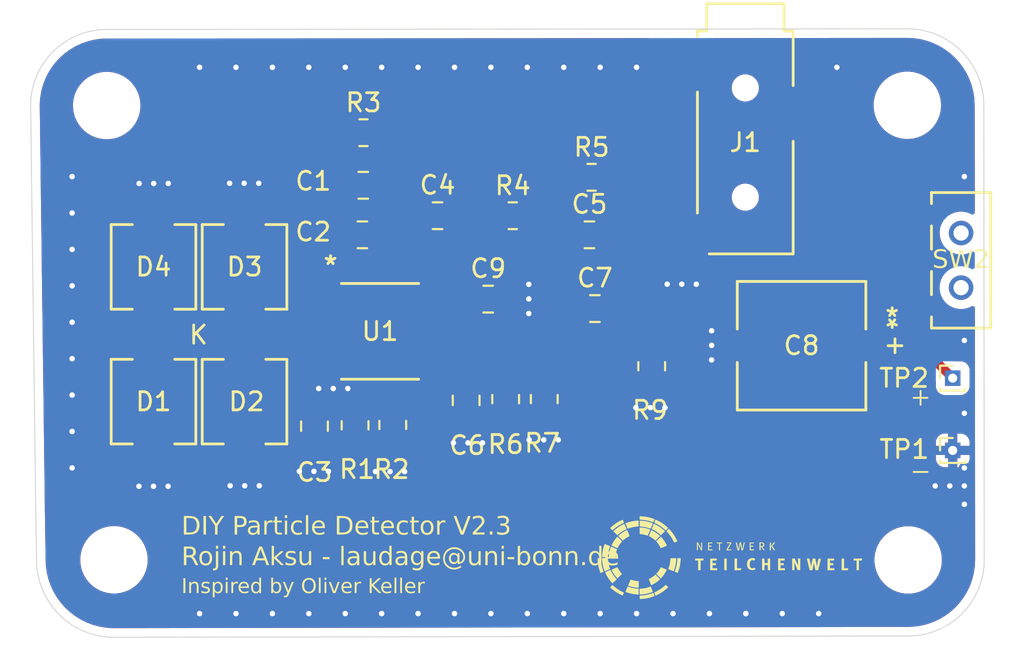
<source format=kicad_pcb>
(kicad_pcb (version 20241229) (generator "pcbnew") (generator_version "9.0")
  (layers (0 "F.Cu" signal) (2 "B.Cu" signal) (13 "F.Paste" user) (15 "B.Paste" user) (5 "F.SilkS" user "F.Silkscreen") (7 "B.SilkS" user "B.Silkscreen") (1 "F.Mask" user) (3 "B.Mask" user) (25 "Edge.Cuts" user))
  (net 0 "")
  (net 1 "/input_signal")
  (net 2 "GND")
  (net 3 "Net-(C1-Pad2)")
  (net 4 "Net-(U1-OUT1)")
  (net 5 "Net-(U1-+IN1)")
  (net 6 "Net-(C4-Pad2)")
  (net 7 "Net-(U1--IN2)")
  (net 8 "Net-(U1-OUT2)")
  (net 9 "Net-(U1-+IN2)")
  (net 10 "/output_signal")
  (net 11 "VDD")
  (net 12 "Net-(SW2-A)")
  (footprint "footprints:LED_VBPW34S_VIS" (layer "F.Cu") (at 73.47 84.36 -90)
    (property "Reference" "D1" (at 0 0 0) (layer "F.SilkS"))
    (property "Value" "BPW34-SMD" (hide yes))
    (pad "1" smd rect (at -3.0988 0 270) (size 1.2192 1.7526) (layers "F.Cu" "F.Mask" "F.Paste") (net 1 "/input_signal"))
    (pad "2" smd rect (at 3.0988 0 270) (size 1.2192 1.7526) (layers "F.Cu" "F.Mask" "F.Paste") (net 2 "GND"))
  )
  (footprint "Capacitor_SMD:C_0805_2012Metric" (layer "F.Cu") (at 90.64 84.2925 90)
    (property "Reference" "C6" (at -2.47 0.06 180) (layer "F.SilkS"))
    (property "Value" "100n" (hide yes))
    (pad "1" smd roundrect (at -0.95 0 90) (size 1 1.45) (layers "F.Cu" "F.Mask" "F.Paste") (net 2 "GND"))
    (pad "2" smd roundrect (at 0.95 0 90) (size 1 1.45) (layers "F.Cu" "F.Mask" "F.Paste") (net 9 "Net-(U1-+IN2)"))
  )
  (footprint "Resistor_SMD:R_0805_2012Metric" (layer "F.Cu") (at 85 69.59)
    (property "Reference" "R3" (at 0 -1.65 0) (layer "F.SilkS"))
    (property "Value" "15Mega" (hide yes))
    (pad "1" smd roundrect (at -0.9125 0) (size 1.025 1.4) (layers "F.Cu" "F.Mask" "F.Paste") (roundrect_rratio 0.243902) (net 1 "/input_signal"))
    (pad "2" smd roundrect (at 0.9125 0) (size 1.025 1.4) (layers "F.Cu" "F.Mask" "F.Paste") (roundrect_rratio 0.243902) (net 4 "Net-(U1-OUT1)"))
  )
  (footprint "Resistor_SMD:R_0805_2012Metric" (layer "F.Cu") (at 84.54 85.66 90)
    (property "Reference" "R1" (at -2.4175 0.11 180) (layer "F.SilkS"))
    (property "Value" "4.7k" (hide yes))
    (pad "1" smd roundrect (at -0.9125 0 90) (size 1.025 1.4) (layers "F.Cu" "F.Mask" "F.Paste") (roundrect_rratio 0.243902) (net 11 "VDD"))
    (pad "2" smd roundrect (at 0.9125 0 90) (size 1.025 1.4) (layers "F.Cu" "F.Mask" "F.Paste") (roundrect_rratio 0.243902) (net 5 "Net-(U1-+IN1)"))
  )
  (footprint "Resistor_SMD:R_0805_2012Metric" (layer "F.Cu") (at 94.93 84.22 -90)
    (property "Reference" "R7" (at 2.42 0.11 180) (layer "F.SilkS"))
    (property "Value" "10k" (hide yes))
    (pad "1" smd roundrect (at -0.9125 0 270) (size 1.025 1.4) (layers "F.Cu" "F.Mask" "F.Paste") (roundrect_rratio 0.243902) (net 9 "Net-(U1-+IN2)"))
    (pad "2" smd roundrect (at 0.9125 0 270) (size 1.025 1.4) (layers "F.Cu" "F.Mask" "F.Paste") (roundrect_rratio 0.243902) (net 2 "GND"))
  )
  (footprint "footprints:NetzwerkTeilchenwelt15mm" (layer "F.Cu") (at 105.244816 92.919071)
    (property "Reference" "G***" (hide yes))
    (property "Value" "LOGO" (hide yes))
  )
  (footprint "Capacitor_SMD:C_0805_2012Metric" (layer "F.Cu") (at 97.71 79.25)
    (property "Reference" "C7" (at 0 -1.68 0) (layer "F.SilkS"))
    (property "Value" "100n" (hide yes))
    (pad "1" smd roundrect (at -0.95 0) (size 1 1.45) (layers "F.Cu" "F.Mask" "F.Paste") (net 8 "Net-(U1-OUT2)"))
    (pad "2" smd roundrect (at 0.95 0) (size 1 1.45) (layers "F.Cu" "F.Mask" "F.Paste") (net 10 "/output_signal"))
  )
  (footprint "MountingHole:MountingHole_3.2mm_M3" (layer "F.Cu") (at 114.914433 93.054433)
    (property "Reference" "REF**" (hide yes))
    (property "Value" "MountingHole_3.2mm_M3" (hide yes))
    (pad "" np_thru_hole circle (at 0 0) (size 3.2 3.2) (drill 3.2) (layers "*.Cu" "*.Mask"))
  )
  (footprint "footprints:CONN_SJ-2523-SMT-TR_CUD" (layer "F.Cu") (at 105.970006 70.126796 -90)
    (property "Reference" "J1" (at 0 0 0) (layer "F.SilkS"))
    (property "Value" "Conn_01x02" (hide yes))
    (pad "" np_thru_hole circle (at -2.994401 0 270) (size 0.9906 0.9906) (drill 0.9906) (layers "*.Cu" "*.Mask"))
    (pad "" np_thru_hole circle (at 3.0056 0 270) (size 0.9906 0.9906) (drill 0.9906) (layers "*.Cu" "*.Mask"))
    (pad "1" smd rect (at -4.294394 3.506203 270) (size 2.3876 2.3876) (layers "F.Cu" "F.Mask" "F.Paste") (net 10 "/output_signal"))
    (pad "2" smd rect (at 5.405609 3.506203 270) (size 2.3876 2.3876) (layers "F.Cu" "F.Mask" "F.Paste") (net 2 "GND"))
    (pad "3" smd rect (at -1.5944 -3.506191 270) (size 2.3876 2.3876) (layers "F.Cu" "F.Mask" "F.Paste"))
  )
  (footprint "Resistor_SMD:R_0805_2012Metric" (layer "F.Cu") (at 97.53 72.04)
    (property "Reference" "R5" (at 0 -1.65 0) (layer "F.SilkS"))
    (property "Value" "100k" (hide yes))
    (pad "1" smd roundrect (at -0.9125 0) (size 1.025 1.4) (layers "F.Cu" "F.Mask" "F.Paste") (roundrect_rratio 0.243902) (net 7 "Net-(U1--IN2)"))
    (pad "2" smd roundrect (at 0.9125 0) (size 1.025 1.4) (layers "F.Cu" "F.Mask" "F.Paste") (roundrect_rratio 0.243902) (net 8 "Net-(U1-OUT2)"))
  )
  (footprint "footprints:R_8_ADI" (layer "F.Cu") (at 85.91 80.5)
    (property "Reference" "U1" (at 0 0 0) (layer "F.SilkS"))
    (property "Value" "AD8092ARZ-REEL7" (hide yes))
    (fp_text user "*" (at -2.7178 -3.6068 0) (layer "F.SilkS"))
    (fp_text user "*" (at -2.7178 -3.6068 0) (layer "F.SilkS"))
    (pad "1" smd rect (at -2.4638 -1.905) (size 1.9812 0.5588) (layers "F.Cu" "F.Mask" "F.Paste") (net 4 "Net-(U1-OUT1)"))
    (pad "2" smd rect (at -2.4638 -0.635) (size 1.9812 0.5588) (layers "F.Cu" "F.Mask" "F.Paste") (net 1 "/input_signal"))
    (pad "3" smd rect (at -2.4638 0.635) (size 1.9812 0.5588) (layers "F.Cu" "F.Mask" "F.Paste") (net 5 "Net-(U1-+IN1)"))
    (pad "4" smd rect (at -2.4638 1.905) (size 1.9812 0.5588) (layers "F.Cu" "F.Mask" "F.Paste") (net 2 "GND"))
    (pad "5" smd rect (at 2.4638 1.905) (size 1.9812 0.5588) (layers "F.Cu" "F.Mask" "F.Paste") (net 9 "Net-(U1-+IN2)"))
    (pad "6" smd rect (at 2.4638 0.635) (size 1.9812 0.5588) (layers "F.Cu" "F.Mask" "F.Paste") (net 7 "Net-(U1--IN2)"))
    (pad "7" smd rect (at 2.4638 -0.635) (size 1.9812 0.5588) (layers "F.Cu" "F.Mask" "F.Paste") (net 8 "Net-(U1-OUT2)"))
    (pad "8" smd rect (at 2.4638 -1.905) (size 1.9812 0.5588) (layers "F.Cu" "F.Mask" "F.Paste") (net 11 "VDD"))
  )
  (footprint "Resistor_SMD:R_0805_2012Metric" (layer "F.Cu") (at 93.2 74.15)
    (property "Reference" "R4" (at 0 -1.65 0) (layer "F.SilkS"))
    (property "Value" "1k" (hide yes))
    (pad "1" smd roundrect (at -0.9125 0) (size 1.025 1.4) (layers "F.Cu" "F.Mask" "F.Paste") (roundrect_rratio 0.243902) (net 6 "Net-(C4-Pad2)"))
    (pad "2" smd roundrect (at 0.9125 0) (size 1.025 1.4) (layers "F.Cu" "F.Mask" "F.Paste") (roundrect_rratio 0.243902) (net 7 "Net-(U1--IN2)"))
  )
  (footprint "footprints:LED_VBPW34S_VIS" (layer "F.Cu") (at 73.47 76.96 90)
    (property "Reference" "D4" (at 0 0 0) (layer "F.SilkS"))
    (property "Value" "BPW34-SMD" (hide yes))
    (pad "1" smd rect (at -3.0988 0 90) (size 1.2192 1.7526) (layers "F.Cu" "F.Mask" "F.Paste") (net 1 "/input_signal"))
    (pad "2" smd rect (at 3.0988 0 90) (size 1.2192 1.7526) (layers "F.Cu" "F.Mask" "F.Paste") (net 2 "GND"))
  )
  (footprint "MountingHole:MountingHole_3.2mm_M3" (layer "F.Cu") (at 71.3 93.046188)
    (property "Reference" "REF**" (hide yes))
    (property "Value" "MountingHole_3.2mm_M3" (hide yes))
    (pad "" np_thru_hole circle (at 0 0) (size 3.2 3.2) (drill 3.2) (layers "*.Cu" "*.Mask"))
  )
  (footprint "footprints:PCAP_EEHZ_D_PAN" (layer "F.Cu") (at 109.06 81.29 180)
    (property "Reference" "C8" (at 0.002 0.00826 0) (layer "F.SilkS"))
    (property "Value" "47mikro" (hide yes))
    (pad "1" smd rect (at -2.5146 0 180) (size 2.9972 1.1684) (layers "F.Cu" "F.Mask" "F.Paste") (net 11 "VDD"))
    (pad "2" smd rect (at 2.5146 0 180) (size 2.9972 1.1684) (layers "F.Cu" "F.Mask" "F.Paste") (net 2 "GND"))
    (zone (net 0) (net_name "") (layer "F.Cu") (connect_pads (clearance 0)) (min_thickness 0.254)
      (keepout (tracks not_allowed) (vias not_allowed) (pads allowed) (copperpour not_allowed) (footprints allowed))
      (fill (thermal_gap 0.508) (thermal_bridge_width 0.508))
      (polygon (pts (xy 110.0252 81.925) (xy 108.0948 81.925) (xy 108.0948 80.655) (xy 110.0252 80.655)))
    )
    (zone (net 0) (net_name "") (layer "F.Cu") (connect_pads (clearance 0)) (min_thickness 0.254)
      (keepout (tracks not_allowed) (vias not_allowed) (pads allowed) (copperpour not_allowed) (footprints allowed))
      (fill (thermal_gap 0.508) (thermal_bridge_width 0.508))
      (polygon (pts (xy 112.4128 80.655) (xy 105.7072 80.655) (xy 105.7072 77.9372) (xy 112.4128 77.9372)))
    )
    (zone (net 0) (net_name "") (layer "F.Cu") (connect_pads (clearance 0)) (min_thickness 0.254)
      (keepout (tracks not_allowed) (vias not_allowed) (pads allowed) (copperpour not_allowed) (footprints allowed))
      (fill (thermal_gap 0.508) (thermal_bridge_width 0.508))
      (polygon (pts (xy 112.4128 84.6428) (xy 105.7072 84.6428) (xy 105.7072 81.925) (xy 112.4128 81.925)))
    )
  )
  (footprint "Capacitor_SMD:C_0805_2012Metric" (layer "F.Cu") (at 91.85 78.73)
    (property "Reference" "C9" (at 0 -1.68 0) (layer "F.SilkS"))
    (property "Value" "100n" (hide yes))
    (pad "1" smd roundrect (at -0.95 0) (size 1 1.45) (layers "F.Cu" "F.Mask" "F.Paste") (net 11 "VDD"))
    (pad "2" smd roundrect (at 0.95 0) (size 1 1.45) (layers "F.Cu" "F.Mask" "F.Paste") (net 2 "GND"))
  )
  (footprint "MountingHole:MountingHole_3.2mm_M3" (layer "F.Cu") (at 70.9 68.1)
    (property "Reference" "REF**" (hide yes))
    (property "Value" "MountingHole_3.2mm_M3" (hide yes))
    (pad "" np_thru_hole circle (at 0 0) (size 3.2 3.2) (drill 3.2) (layers "*.Cu" "*.Mask"))
  )
  (footprint "Connector_PinHeader_1.00mm:PinHeader_1x01_P1.00mm_Vertical" (layer "F.Cu") (at 117.36 83.07)
    (property "Reference" "TP2" (at -2.67 0 0) (layer "F.SilkS"))
    (property "Value" "+" (hide yes))
    (pad "1" thru_hole rect (at 0 0) (size 0.85 0.85) (drill 0.5) (layers "*.Cu" "*.Mask") (net 12 "Net-(SW2-A)"))
  )
  (footprint "Resistor_SMD:R_0805_2012Metric" (layer "F.Cu") (at 86.61 85.64 -90)
    (property "Reference" "R2" (at 2.44 0.07 180) (layer "F.SilkS"))
    (property "Value" "15k" (hide yes))
    (pad "1" smd roundrect (at -0.9125 0 270) (size 1.025 1.4) (layers "F.Cu" "F.Mask" "F.Paste") (roundrect_rratio 0.243902) (net 5 "Net-(U1-+IN1)"))
    (pad "2" smd roundrect (at 0.9125 0 270) (size 1.025 1.4) (layers "F.Cu" "F.Mask" "F.Paste") (roundrect_rratio 0.243902) (net 2 "GND"))
  )
  (footprint "Capacitor_SMD:C_0805_2012Metric" (layer "F.Cu") (at 82.31 85.71 -90)
    (property "Reference" "C3" (at 2.53 0 0) (layer "F.SilkS"))
    (property "Value" "100n" (hide yes))
    (pad "1" smd roundrect (at -0.95 0 270) (size 1 1.45) (layers "F.Cu" "F.Mask" "F.Paste") (net 5 "Net-(U1-+IN1)"))
    (pad "2" smd roundrect (at 0.95 0 270) (size 1 1.45) (layers "F.Cu" "F.Mask" "F.Paste") (net 2 "GND"))
  )
  (footprint "Capacitor_SMD:C_0805_2012Metric" (layer "F.Cu") (at 89.07 74.15)
    (property "Reference" "C4" (at 0 -1.68 0) (layer "F.SilkS"))
    (property "Value" "100n" (hide yes))
    (pad "1" smd roundrect (at -0.95 0) (size 1 1.45) (layers "F.Cu" "F.Mask" "F.Paste") (net 4 "Net-(U1-OUT1)"))
    (pad "2" smd roundrect (at 0.95 0) (size 1 1.45) (layers "F.Cu" "F.Mask" "F.Paste") (net 6 "Net-(C4-Pad2)"))
  )
  (footprint "Resistor_SMD:R_0805_2012Metric" (layer "F.Cu") (at 92.81 84.22 90)
    (property "Reference" "R6" (at -2.49 0 180) (layer "F.SilkS"))
    (property "Value" "10k" (hide yes))
    (pad "1" smd roundrect (at -0.9125 0 90) (size 1.025 1.4) (layers "F.Cu" "F.Mask" "F.Paste") (roundrect_rratio 0.243902) (net 11 "VDD"))
    (pad "2" smd roundrect (at 0.9125 0 90) (size 1.025 1.4) (layers "F.Cu" "F.Mask" "F.Paste") (roundrect_rratio 0.243902) (net 9 "Net-(U1-+IN2)"))
  )
  (footprint "Resistor_SMD:R_0805_2012Metric" (layer "F.Cu") (at 100.83 82.4175 -90)
    (property "Reference" "R9" (at 2.4125 0.09 180) (layer "F.SilkS"))
    (property "Value" "2.2k" (hide yes))
    (pad "1" smd roundrect (at -0.9125 0 270) (size 1.025 1.4) (layers "F.Cu" "F.Mask" "F.Paste") (roundrect_rratio 0.243902) (net 10 "/output_signal"))
    (pad "2" smd roundrect (at 0.9125 0 270) (size 1.025 1.4) (layers "F.Cu" "F.Mask" "F.Paste") (roundrect_rratio 0.243902) (net 2 "GND"))
  )
  (footprint "Capacitor_SMD:C_0805_2012Metric" (layer "F.Cu") (at 97.41 75.2)
    (property "Reference" "C5" (at 0 -1.68 0) (layer "F.SilkS"))
    (property "Value" "10p" (hide yes))
    (pad "1" smd roundrect (at -0.95 0) (size 1 1.45) (layers "F.Cu" "F.Mask" "F.Paste") (net 7 "Net-(U1--IN2)"))
    (pad "2" smd roundrect (at 0.95 0) (size 1 1.45) (layers "F.Cu" "F.Mask" "F.Paste") (net 8 "Net-(U1-OUT2)"))
  )
  (footprint "Connector_PinHeader_1.00mm:PinHeader_1x01_P1.00mm_Vertical" (layer "F.Cu") (at 117.36 87.04)
    (property "Reference" "TP1" (at -2.66 -0.06 0) (layer "F.SilkS"))
    (property "Value" "-" (hide yes))
    (pad "1" thru_hole rect (at 0 0) (size 0.85 0.85) (drill 0.5) (layers "*.Cu" "*.Mask") (net 2 "GND"))
  )
  (footprint "footprints:LED_VBPW34S_VIS" (layer "F.Cu") (at 78.47 84.36 -90)
    (property "Reference" "D2" (at 0 -0.1092 0) (layer "F.SilkS"))
    (property "Value" "BPW34-SMD" (hide yes))
    (pad "1" smd rect (at -3.0988 0 270) (size 1.2192 1.7526) (layers "F.Cu" "F.Mask" "F.Paste") (net 1 "/input_signal"))
    (pad "2" smd rect (at 3.0988 0 270) (size 1.2192 1.7526) (layers "F.Cu" "F.Mask" "F.Paste") (net 2 "GND"))
  )
  (footprint "footprints:LED_VBPW34S_VIS" (layer "F.Cu") (at 78.47 76.96 90)
    (property "Reference" "D3" (at 0 0 0) (layer "F.SilkS"))
    (property "Value" "BPW34-SMD" (hide yes))
    (pad "1" smd rect (at -3.0988 0 90) (size 1.2192 1.7526) (layers "F.Cu" "F.Mask" "F.Paste") (net 1 "/input_signal"))
    (pad "2" smd rect (at 3.0988 0 90) (size 1.2192 1.7526) (layers "F.Cu" "F.Mask" "F.Paste") (net 2 "GND"))
  )
  (footprint "MountingHole:MountingHole_3.2mm_M3" (layer "F.Cu") (at 114.868244 68.085566)
    (property "Reference" "REF**" (hide yes))
    (property "Value" "MountingHole_3.2mm_M3" (hide yes))
    (pad "" np_thru_hole circle (at 0 0) (size 3.2 3.2) (drill 3.2) (layers "*.Cu" "*.Mask"))
  )
  (footprint "Capacitor_SMD:C_0805_2012Metric" (layer "F.Cu") (at 84.99 72.48)
    (property "Reference" "C1" (at -2.75 -0.23 0) (layer "F.SilkS"))
    (property "Value" "10p" (hide yes))
    (pad "1" smd roundrect (at -0.95 0) (size 1 1.45) (layers "F.Cu" "F.Mask" "F.Paste") (net 1 "/input_signal"))
    (pad "2" smd roundrect (at 0.95 0) (size 1 1.45) (layers "F.Cu" "F.Mask" "F.Paste") (net 3 "Net-(C1-Pad2)"))
  )
  (footprint "Capacitor_SMD:C_0805_2012Metric" (layer "F.Cu") (at 84.94 75.2)
    (property "Reference" "C2" (at -2.7 -0.16 0) (layer "F.SilkS"))
    (property "Value" "10p" (hide yes))
    (pad "1" smd roundrect (at -0.95 0) (size 1 1.45) (layers "F.Cu" "F.Mask" "F.Paste") (net 3 "Net-(C1-Pad2)"))
    (pad "2" smd roundrect (at 0.95 0) (size 1 1.45) (layers "F.Cu" "F.Mask" "F.Paste") (net 4 "Net-(U1-OUT1)"))
  )
  (footprint "footprints:SWITCH_102AGRLC" (layer "F.Cu") (at 117.82 76.6 180)
    (property "Reference" "SW2" (at 0 0 0) (layer "F.SilkS"))
    (property "Value" "SW_SPST" (hide yes))
    (fp_text user "*" (at 3.7846 -3.1496 180) (layer "F.SilkS"))
    (fp_text user "*" (at 3.7846 -3.1496 0) (layer "F.SilkS"))
    (pad "1" smd rect (at 2.1971 -2.5 180) (size 1.905 0.5588) (layers "F.Cu" "F.Mask" "F.Paste") (net 12 "Net-(SW2-A)"))
    (pad "2" smd rect (at 2.1971 0 180) (size 1.905 0.5588) (layers "F.Cu" "F.Mask" "F.Paste") (net 11 "VDD"))
    (pad "3" smd rect (at 2.1971 2.5 180) (size 1.905 0.5588) (layers "F.Cu" "F.Mask" "F.Paste"))
    (pad "4" thru_hole circle (at 0 1.5 180) (size 1.3462 1.3462) (drill 0.8382) (layers "*.Cu" "*.Mask"))
    (pad "5" thru_hole circle (at 0 -1.5 180) (size 1.3462 1.3462) (drill 0.8382) (layers "*.Cu" "*.Mask"))
  )
  (gr_arc (start 71.2 97.3) (mid 68.256145 96.019374) (end 67.045025 93.046249) (stroke (width 0.05)) (layer "Edge.Cuts"))
  (gr_line (start 114.914445 97.231753) (end 71.2 97.3) (stroke (width 0.05)) (layer "Edge.Cuts"))
  (gr_line (start 70.90531 63.921487) (end 114.888245 63.885545) (stroke (width 0.05)) (layer "Edge.Cuts"))
  (gr_line (start 67 90) (end 67.045025 93.0462) (stroke (width 0.05)) (layer "Edge.Cuts"))
  (gr_arc (start 114.888245 63.885545) (mid 117.845197 65.122749) (end 119.068293 68.085565) (stroke (width 0.05)) (layer "Edge.Cuts"))
  (gr_arc (start 66.72268 68) (mid 67.980912 65.110196) (end 70.9 63.921483) (stroke (width 0.05)) (layer "Edge.Cuts"))
  (gr_line (start 66.72268 68) (end 67 90) (stroke (width 0.05)) (layer "Edge.Cuts"))
  (gr_arc (start 119.091754 93.054434) (mid 117.868252 96.008245) (end 114.914445 97.231754) (stroke (width 0.05)) (layer "Edge.Cuts"))
  (gr_line (start 119.068245 68.085565) (end 119.091754 93.054434) (stroke (width 0.05)) (layer "Edge.Cuts"))
  (gr_text "-\n" (at 114.91 88.73 0) (layer "F.SilkS") (effects (font (size 1 1) (thickness 0.1)) (justify left bottom)))
  (gr_text "+\n" (at 114.91 84.66 0) (layer "F.SilkS") (effects (font (size 1 1) (thickness 0.1)) (justify left bottom)))
  (gr_text "DIY Particle Detector V2.3\nRojin Aksu - laudage@uni-bonn.de" (at 75 93.51 0) (layer "F.SilkS") (effects (font (size 1 1) (thickness 0.1)) (justify left bottom)))
  (gr_text "Inspired by Oliver Keller" (at 75 95.01 0) (layer "F.SilkS") (effects (font (size 0.8 0.8) (thickness 0.1)) (justify left bottom)))
  (gr_text "K" (at 75.34 81.28 0) (layer "F.SilkS") (effects (font (size 1 1)) (justify left bottom)))
  (segment (start 78.6012 80.0588) (end 78.795 79.865) (width 0.25) (layer "F.Cu") (net 1))
  (segment (start 78.795 79.865) (end 81.47 79.865) (width 0.25) (layer "F.Cu") (net 1))
  (segment (start 81.7425 72.48) (end 84.04 72.48) (width 0.25) (layer "F.Cu") (net 1))
  (segment (start 81.47 79.865) (end 81.47 72.2075) (width 0.25) (layer "F.Cu") (net 1))
  (segment (start 81.47 79.865) (end 83.4462 79.865) (width 0.25) (layer "F.Cu") (net 1))
  (segment (start 81.47 72.2075) (end 81.7425 72.48) (width 0.25) (layer "F.Cu") (net 1))
  (segment (start 73.47 80.0588) (end 78.47 80.0588) (width 0.25) (layer "F.Cu") (net 1))
  (segment (start 81.47 72.2075) (end 84.0875 69.59) (width 0.25) (layer "F.Cu") (net 1))
  (segment (start 78.47 80.0588) (end 78.6012 80.0588) (width 0.25) (layer "F.Cu") (net 1))
  (segment (start 83.4462 83.5338) (end 83.34 83.64) (width 0.25) (layer "F.Cu") (net 2))
  (segment (start 90.64 86.5225) (end 90.74 86.6225) (width 0.2) (layer "F.Cu") (net 2))
  (segment (start 78.47 88.97) (end 78.48 88.98) (width 0.2) (layer "F.Cu") (net 2))
  (segment (start 117.36 88.83) (end 117.2 88.99) (width 0.2) (layer "F.Cu") (net 2))
  (segment (start 85.66 88.2) (end 87.26 88.2) (width 0.2) (layer "F.Cu") (net 2))
  (segment (start 78.45 73.8412) (end 78.47 73.8612) (width 0.2) (layer "F.Cu") (net 2))
  (segment (start 100.83 83.33) (end 100.83 84.62) (width 0.2) (layer "F.Cu") (net 2))
  (segment (start 94.08 77.92) (end 94.08 79.52) (width 0.2) (layer "F.Cu") (net 2))
  (segment (start 78.47 87.4588) (end 78.47 88.97) (width 0.2) (layer "F.Cu") (net 2))
  (segment (start 73.47 87.4588) (end 73.47 89.01) (width 0.2) (layer "F.Cu") (net 2))
  (segment (start 92.8 78.73) (end 94.07 78.73) (width 0.2) (layer "F.Cu") (net 2))
  (segment (start 77.65 72.37) (end 79.25 72.37) (width 0.2) (layer "F.Cu") (net 2))
  (segment (start 73.48 73.8512) (end 73.47 73.8612) (width 0.2) (layer "F.Cu") (net 2))
  (segment (start 73.48 72.38) (end 73.48 73.8512) (width 0.2) (layer "F.Cu") (net 2))
  (segment (start 100.83 84.62) (end 100.76 84.69) (width 0.2) (layer "F.Cu") (net 2))
  (segment (start 90.64 85.2425) (end 90.64 86.5225) (width 0.2) (layer "F.Cu") (net 2))
  (segment (start 83.4462 82.405) (end 83.4462 83.5338) (width 0.25) (layer "F.Cu") (net 2))
  (segment (start 73.47 73.8612) (end 74.1388 73.8612) (width 0.2) (layer "F.Cu") (net 2))
  (segment (start 81.48 88.19) (end 83.08 88.19) (width 0.25) (layer "F.Cu") (net 2))
  (segment (start 101.68 77.91) (end 103.28 77.91) (width 0.25) (layer "F.Cu") (net 2))
  (segment (start 82.31 88.16) (end 82.28 88.19) (width 0.25) (layer "F.Cu") (net 2))
  (segment (start 72.68 72.38) (end 74.28 72.38) (width 0.2) (layer "F.Cu") (net 2))
  (segment (start 86.61 86.5525) (end 86.61 88.05) (width 0.2) (layer "F.Cu") (net 2))
  (segment (start 82.31 86.66) (end 82.31 88.16) (width 0.25) (layer "F.Cu") (net 2))
  (segment (start 94.07 78.73) (end 94.08 78.72) (width 0.2) (layer "F.Cu") (net 2))
  (segment (start 116.4 88.99) (end 118 88.99) (width 0.2) (layer "F.Cu") (net 2))
  (segment (start 106.5454 81.29) (end 104.14 81.29) (width 0.2) (layer "F.Cu") (net 2))
  (segment (start 94.93 85.1325) (end 94.93 86.43) (width 0.2) (layer "F.Cu") (net 2))
  (segment (start 117.36 87.04) (end 117.36 88.83) (width 0.2) (layer "F.Cu") (net 2))
  (segment (start 77.68 88.98) (end 79.28 88.98) (width 0.2) (layer "F.Cu") (net 2))
  (segment (start 78.45 72.37) (end 78.45 73.8412) (width 0.2) (layer "F.Cu") (net 2))
  (segment (start 94.1 86.46) (end 95.7 86.46) (width 0.2) (layer "F.Cu") (net 2))
  (segment (start 104.14 81.29) (end 104.12 81.27) (width 0.2) (layer "F.Cu") (net 2))
  (segment (start 89.94 86.6225) (end 91.54 86.6225) (width 0.2) (layer "F.Cu") (net 2))
  (segment (start 86.61 88.05) (end 86.46 88.2) (width 0.2) (layer "F.Cu") (net 2))
  (segment (start 102.463803 77.893803) (end 102.48 77.91) (width 0.25) (layer "F.Cu") (net 2))
  (segment (start 72.67 89.01) (end 74.27 89.01) (width 0.2) (layer "F.Cu") (net 2))
  (segment (start 102.463803 75.532405) (end 102.463803 77.893803) (width 0.25) (layer "F.Cu") (net 2))
  (segment (start 99.96 84.69) (end 101.56 84.69) (width 0.2) (layer "F.Cu") (net 2))
  (segment (start 104.12 80.47) (end 104.12 82.07) (width 0.2) (layer "F.Cu") (net 2))
  (segment (start 82.54 83.64) (end 84.14 83.64) (width 0.25) (layer "F.Cu") (net 2))
  (segment (start 94.93 86.43) (end 94.9 86.46) (width 0.2) (layer "F.Cu") (net 2))
  (via (at 106 96) (size 0.6) (drill 0.3) (layers "F.Cu" "B.Cu") (net 2))
  (via (at 94 96) (size 0.6) (drill 0.3) (layers "F.Cu" "B.Cu") (net 2))
  (via (at 106 96) (size 0.6) (drill 0.3) (layers "F.Cu" "B.Cu") (net 2))
  (via (at 118 85) (size 0.6) (drill 0.3) (layers "F.Cu" "B.Cu") (net 2))
  (via (at 72.67 89.01) (size 0.6) (drill 0.3) (layers "F.Cu" "B.Cu") (net 2))
  (via (at 118 81) (size 0.6) (drill 0.3) (layers "F.Cu" "B.Cu") (net 2))
  (via (at 69 76) (size 0.6) (drill 0.3) (layers "F.Cu" "B.Cu") (net 2))
  (via (at 73.48 72.38) (size 0.6) (drill 0.3) (layers "F.Cu" "B.Cu") (net 2))
  (via (at 69 84) (size 0.6) (drill 0.3) (layers "F.Cu" "B.Cu") (net 2))
  (via (at 98 96) (size 0.6) (drill 0.3) (layers "F.Cu" "B.Cu") (net 2))
  (via (at 94.9 86.46) (size 0.6) (drill 0.3) (layers "F.Cu" "B.Cu") (net 2))
  (via (at 104.12 81.27) (size 0.6) (drill 0.3) (layers "F.Cu" "B.Cu") (net 2))
  (via (at 85.66 88.2) (size 0.6) (drill 0.3) (layers "F.Cu" "B.Cu") (net 2))
  (via (at 78.45 72.37) (size 0.6) (drill 0.3) (layers "F.Cu" "B.Cu") (net 2))
  (via (at 69 74) (size 0.6) (drill 0.3) (layers "F.Cu" "B.Cu") (net 2))
  (via (at 76 96) (size 0.6) (drill 0.3) (layers "F.Cu" "B.Cu") (net 2))
  (via (at 94 66) (size 0.6) (drill 0.3) (layers "F.Cu" "B.Cu") (net 2))
  (via (at 92 66) (size 0.6) (drill 0.3) (layers "F.Cu" "B.Cu") (net 2))
  (via (at 116.4 88.99) (size 0.6) (drill 0.3) (layers "F.Cu" "B.Cu") (net 2))
  (via (at 83.34 83.64) (size 0.6) (drill 0.3) (layers "F.Cu" "B.Cu") (net 2))
  (via (at 84 66) (size 0.6) (drill 0.3) (layers "F.Cu" "B.Cu") (net 2))
  (via (at 82 66) (size 0.6) (drill 0.3) (layers "F.Cu" "B.Cu") (net 2))
  (via (at 100.76 84.69) (size 0.6) (drill 0.3) (layers "F.Cu" "B.Cu") (net 2))
  (via (at 98 66) (size 0.6) (drill 0.3) (layers "F.Cu" "B.Cu") (net 2))
  (via (at 102 96) (size 0.6) (drill 0.3) (layers "F.Cu" "B.Cu") (net 2))
  (via (at 94.1 86.46) (size 0.6) (drill 0.3) (layers "F.Cu" "B.Cu") (net 2))
  (via (at 80 96) (size 0.6) (drill 0.3) (layers "F.Cu" "B.Cu") (net 2))
  (via (at 79.25 72.37) (size 0.6) (drill 0.3) (layers "F.Cu" "B.Cu") (net 2))
  (via (at 76 66) (size 0.6) (drill 0.3) (layers "F.Cu" "B.Cu") (net 2))
  (via (at 86 96) (size 0.6) (drill 0.3) (layers "F.Cu" "B.Cu") (net 2))
  (via (at 77.68 88.98) (size 0.6) (drill 0.3) (layers "F.Cu" "B.Cu") (net 2))
  (via (at 101.56 84.69) (size 0.6) (drill 0.3) (layers "F.Cu" "B.Cu") (net 2))
  (via (at 74.28 72.38) (size 0.6) (drill 0.3) (layers "F.Cu" "B.Cu") (net 2))
  (via (at 100 66) (size 0.6) (drill 0.3) (layers "F.Cu" "B.Cu") (net 2))
  (via (at 69 86) (size 0.6) (drill 0.3) (layers "F.Cu" "B.Cu") (net 2))
  (via (at 72.68 72.38) (size 0.6) (drill 0.3) (layers "F.Cu" "B.Cu") (net 2))
  (via (at 90 66) (size 0.6) (drill 0.3) (layers "F.Cu" "B.Cu") (net 2))
  (via (at 101.68 77.91) (size 0.6) (drill 0.3) (layers "F.Cu" "B.Cu") (net 2))
  (via (at 82.54 83.64) (size 0.6) (drill 0.3) (layers "F.Cu" "B.Cu") (net 2))
  (via (at 96 96) (size 0.6) (drill 0.3) (layers "F.Cu" "B.Cu") (net 2))
  (via (at 78.48 88.98) (size 0.6) (drill 0.3) (layers "F.Cu" "B.Cu") (net 2))
  (via (at 69 80) (size 0.6) (drill 0.3) (layers "F.Cu" "B.Cu") (net 2))
  (via (at 77.65 72.37) (size 0.6) (drill 0.3) (layers "F.Cu" "B.Cu") (net 2))
  (via (at 82 96) (size 0.6) (drill 0.3) (layers "F.Cu" "B.Cu") (net 2))
  (via (at 99.96 84.69) (size 0.6) (drill 0.3) (layers "F.Cu" "B.Cu") (net 2))
  (via (at 95.7 86.46) (size 0.6) (drill 0.3) (layers "F.Cu" "B.Cu") (net 2))
  (via (at 118 72) (size 0.6) (drill 0.3) (layers "F.Cu" "B.Cu") (net 2))
  (via (at 69 82) (size 0.6) (drill 0.3) (layers "F.Cu" "B.Cu") (net 2))
  (via (at 88 66) (size 0.6) (drill 0.3) (layers "F.Cu" "B.Cu") (net 2))
  (via (at 82.28 88.19) (size 0.6) (drill 0.3) (layers "F.Cu" "B.Cu") (net 2))
  (via (at 118 90) (size 0.6) (drill 0.3) (layers "F.Cu" "B.Cu") (net 2))
  (via (at 69 72) (size 0.6) (drill 0.3) (layers "F.Cu" "B.Cu") (net 2))
  (via (at 69 88) (size 0.6) (drill 0.3) (layers "F.Cu" "B.Cu") (net 2))
  (via (at 86 66) (size 0.6) (drill 0.3) (layers "F.Cu" "B.Cu") (net 2))
  (via (at 118 88.99) (size 0.6) (drill 0.3) (layers "F.Cu" "B.Cu") (net 2))
  (via (at 88 96) (size 0.6) (drill 0.3) (layers "F.Cu" "B.Cu") (net 2))
  (via (at 117.2 88.99) (size 0.6) (drill 0.3) (layers "F.Cu" "B.Cu") (net 2))
  (via (at 102.48 77.91) (size 0.6) (drill 0.3) (layers "F.Cu" "B.Cu") (net 2))
  (via (at 104.12 82.07) (size 0.6) (drill 0.3) (layers "F.Cu" "B.Cu") (net 2))
  (via (at 110 96) (size 0.6) (drill 0.3) (layers "F.Cu" "B.Cu") (net 2))
  (via (at 84 96) (size 0.6) (drill 0.3) (layers "F.Cu" "B.Cu") (net 2))
  (via (at 104.12 80.47) (size 0.6) (drill 0.3) (layers "F.Cu" "B.Cu") (net 2))
  (via (at 94.08 79.52) (size 0.6) (drill 0.3) (layers "F.Cu" "B.Cu") (net 2))
  (via (at 90 96) (size 0.6) (drill 0.3) (layers "F.Cu" "B.Cu") (net 2))
  (via (at 92 96) (size 0.6) (drill 0.3) (layers "F.Cu" "B.Cu") (net 2))
  (via (at 78 96) (size 0.6) (drill 0.3) (layers "F.Cu" "B.Cu") (net 2))
  (via (at 94.08 77.92) (size 0.6) (drill 0.3) (layers "F.Cu" "B.Cu") (net 2))
  (via (at 69 78) (size 0.6) (drill 0.3) (layers "F.Cu" "B.Cu") (net 2))
  (via (at 80 66) (size 0.6) (drill 0.3) (layers "F.Cu" "B.Cu") (net 2))
  (via (at 87.26 88.2) (size 0.6) (drill 0.3) (layers "F.Cu" "B.Cu") (net 2))
  (via (at 104 96) (size 0.6) (drill 0.3) (layers "F.Cu" "B.Cu") (net 2))
  (via (at 118 88) (size 0.6) (drill 0.3) (layers "F.Cu" "B.Cu") (net 2))
  (via (at 100 96) (size 0.6) (drill 0.3) (layers "F.Cu" "B.Cu") (net 2))
  (via (at 103.28 77.91) (size 0.6) (drill 0.3) (layers "F.Cu" "B.Cu") (net 2))
  (via (at 111 66) (size 0.6) (drill 0.3) (layers "F.Cu" "B.Cu") (net 2))
  (via (at 108 96) (size 0.6) (drill 0.3) (layers "F.Cu" "B.Cu") (net 2))
  (via (at 91.54 86.6225) (size 0.6) (drill 0.3) (layers "F.Cu" "B.Cu") (net 2))
  (via (at 89.94 86.6225) (size 0.6) (drill 0.3) (layers "F.Cu" "B.Cu") (net 2))
  (via (at 81.48 88.19) (size 0.6) (drill 0.3) (layers "F.Cu" "B.Cu") (net 2))
  (via (at 83.08 88.19) (size 0.6) (drill 0.3) (layers "F.Cu" "B.Cu") (net 2))
  (via (at 86.46 88.2) (size 0.6) (drill 0.3) (layers "F.Cu" "B.Cu") (net 2))
  (via (at 96 66) (size 0.6) (drill 0.3) (layers "F.Cu" "B.Cu") (net 2))
  (via (at 94.08 78.72) (size 0.6) (drill 0.3) (layers "F.Cu" "B.Cu") (net 2))
  (via (at 84.14 83.64) (size 0.6) (drill 0.3) (layers "F.Cu" "B.Cu") (net 2))
  (via (at 79.28 88.98) (size 0.6) (drill 0.3) (layers "F.Cu" "B.Cu") (net 2))
  (via (at 73.47 89.01) (size 0.6) (drill 0.3) (layers "F.Cu" "B.Cu") (net 2))
  (via (at 90.74 86.6225) (size 0.6) (drill 0.3) (layers "F.Cu" "B.Cu") (net 2))
  (via (at 78 66) (size 0.6) (drill 0.3) (layers "F.Cu" "B.Cu") (net 2))
  (via (at 74.27 89.01) (size 0.6) (drill 0.3) (layers "F.Cu" "B.Cu") (net 2))
  (segment (start 85.94 73.25) (end 83.99 75.2) (width 0.25) (layer "F.Cu") (net 3))
  (segment (start 85.94 72.48) (end 85.94 73.25) (width 0.25) (layer "F.Cu") (net 3))
  (segment (start 88.12 74.15) (end 87.47 74.15) (width 0.25) (layer "F.Cu") (net 4))
  (segment (start 87.22 75.9) (end 87.22 76.81) (width 0.25) (layer "F.Cu") (net 4))
  (segment (start 85.435 78.595) (end 83.4462 78.595) (width 0.25) (layer "F.Cu") (net 4))
  (segment (start 87.22 69.93) (end 87.22 74.4) (width 0.25) (layer "F.Cu") (net 4))
  (segment (start 86.59 75.9) (end 87.22 75.9) (width 0.25) (layer "F.Cu") (net 4))
  (segment (start 85.89 75.2) (end 86.59 75.9) (width 0.25) (layer "F.Cu") (net 4))
  (segment (start 86.88 69.59) (end 87.22 69.93) (width 0.25) (layer "F.Cu") (net 4))
  (segment (start 87.47 74.15) (end 87.22 74.4) (width 0.25) (layer "F.Cu") (net 4))
  (segment (start 87.22 74.4) (end 87.22 75.9) (width 0.25) (layer "F.Cu") (net 4))
  (segment (start 85.9125 69.59) (end 86.88 69.59) (width 0.25) (layer "F.Cu") (net 4))
  (segment (start 87.22 76.81) (end 85.435 78.595) (width 0.25) (layer "F.Cu") (net 4))
  (segment (start 82.735 81.135) (end 83.4462 81.135) (width 0.25) (layer "F.Cu") (net 5))
  (segment (start 86.59 84.7475) (end 86.61 84.7275) (width 0.25) (layer "F.Cu") (net 5))
  (segment (start 83.4462 81.135) (end 82.7942 81.135) (width 0.25) (layer "F.Cu") (net 5))
  (segment (start 82.742202 84.7275) (end 86.61 84.7275) (width 0.25) (layer "F.Cu") (net 5))
  (segment (start 81.810062 83.79536) (end 82.742202 84.7275) (width 0.25) (layer "F.Cu") (net 5))
  (segment (start 81.810062 82.119138) (end 81.810062 83.79536) (width 0.25) (layer "F.Cu") (net 5))
  (segment (start 82.7942 81.135) (end 81.810062 82.119138) (width 0.25) (layer "F.Cu") (net 5))
  (segment (start 90.02 74.15) (end 92.2875 74.15) (width 0.25) (layer "F.Cu") (net 6))
  (segment (start 95.43 75.37) (end 95.6 75.2) (width 0.25) (layer "F.Cu") (net 7))
  (segment (start 95.28 75.37) (end 95.43 75.37) (width 0.25) (layer "F.Cu") (net 7))
  (segment (start 95.28 75.37) (end 95.28 79.38) (width 0.25) (layer "F.Cu") (net 7))
  (segment (start 95.28 74.16) (end 96.6175 72.8225) (width 0.25) (layer "F.Cu") (net 7))
  (segment (start 96.6175 72.8225) (end 96.6175 72.04) (width 0.25) (layer "F.Cu") (net 7))
  (segment (start 95.28 74.16) (end 95.28 75.37) (width 0.25) (layer "F.Cu") (net 7))
  (segment (start 95.28 79.38) (end 93.525 81.135) (width 0.25) (layer "F.Cu") (net 7))
  (segment (start 94.1125 74.15) (end 95.27 74.15) (width 0.25) (layer "F.Cu") (net 7))
  (segment (start 95.6 75.2) (end 96.46 75.2) (width 0.25) (layer "F.Cu") (net 7))
  (segment (start 93.525 81.135) (end 88.3738 81.135) (width 0.25) (layer "F.Cu") (net 7))
  (segment (start 95.27 74.15) (end 95.28 74.16) (width 0.25) (layer "F.Cu") (net 7))
  (segment (start 100.04 75.29) (end 100.04 77.43) (width 0.25) (layer "F.Cu") (net 8))
  (segment (start 88.3738 79.865) (end 91.559514 79.865) (width 0.25) (layer "F.Cu") (net 8))
  (segment (start 98.4425 72.04) (end 99.78 72.04) (width 0.25) (layer "F.Cu") (net 8))
  (segment (start 98.36 75.2) (end 99.95 75.2) (width 0.25) (layer "F.Cu") (net 8))
  (segment (start 93.274 73.454486) (end 95.714486 71.014) (width 0.25) (layer "F.Cu") (net 8))
  (segment (start 95.714486 71.014) (end 97.125514 71.014) (width 0.25) (layer "F.Cu") (net 8))
  (segment (start 99.86 77.61) (end 98.4 77.61) (width 0.25) (layer "F.Cu") (net 8))
  (segment (start 97.456 78.554) (end 96.76 79.25) (width 0.25) (layer "F.Cu") (net 8))
  (segment (start 97.125514 71.014) (end 97.456 71.344486) (width 0.25) (layer "F.Cu") (net 8))
  (segment (start 100.04 72.3) (end 100.04 75.29) (width 0.25) (layer "F.Cu") (net 8))
  (segment (start 91.974 79.450514) (end 91.974 76.145514) (width 0.25) (layer "F.Cu") (net 8))
  (segment (start 100.04 77.43) (end 99.86 77.61) (width 0.25) (layer "F.Cu") (net 8))
  (segment (start 91.559514 79.865) (end 91.974 79.450514) (width 0.25) (layer "F.Cu") (net 8))
  (segment (start 97.456 71.344486) (end 97.456 78.554) (width 0.25) (layer "F.Cu") (net 8))
  (segment (start 91.974 76.145514) (end 93.274 74.845514) (width 0.25) (layer "F.Cu") (net 8))
  (segment (start 99.95 75.2) (end 100.04 75.29) (width 0.25) (layer "F.Cu") (net 8))
  (segment (start 99.78 72.04) (end 100.04 72.3) (width 0.25) (layer "F.Cu") (net 8))
  (segment (start 93.274 74.845514) (end 93.274 73.454486) (width 0.25) (layer "F.Cu") (net 8))
  (segment (start 98.4 77.61) (end 96.76 79.25) (width 0.25) (layer "F.Cu") (net 8))
  (segment (start 91.3575 83.3075) (end 92.81 83.3075) (width 0.25) (layer "F.Cu") (net 9))
  (segment (start 92.4075 82.905) (end 92.81 83.3075) (width 0.25) (layer "F.Cu") (net 9))
  (segment (start 90.37 82.405) (end 90.455 82.405) (width 0.25) (layer "F.Cu") (net 9))
  (segment (start 88.3738 82.405) (end 90.37 82.405) (width 0.25) (layer "F.Cu") (net 9))
  (segment (start 92.81 83.3075) (end 94.93 83.3075) (width 0.25) (layer "F.Cu") (net 9))
  (segment (start 90.64 82.675) (end 90.64 83.3425) (width 0.25) (layer "F.Cu") (net 9))
  (segment (start 90.37 82.405) (end 90.64 82.675) (width 0.25) (layer "F.Cu") (net 9))
  (segment (start 90.5425 83.44) (end 90.64 83.3425) (width 0.25) (layer "F.Cu") (net 9))
  (segment (start 90.455 82.405) (end 91.3575 83.3075) (width 0.25) (layer "F.Cu") (net 9))
  (segment (start 100.002 79.25) (end 100.83 80.078) (width 0.25) (layer "F.Cu") (net 10))
  (segment (start 100.83 80.078) (end 100.83 81.505) (width 0.25) (layer "F.Cu") (net 10))
  (segment (start 100.491 67.528403) (end 100.491 78.761) (width 0.25) (layer "F.Cu") (net 10))
  (segment (start 102.483797 65.535606) (end 100.491 67.528403) (width 0.25) (layer "F.Cu") (net 10))
  (segment (start 100.491 78.761) (end 100.002 79.25) (width 0.25) (layer "F.Cu") (net 10))
  (segment (start 100.002 79.25) (end 98.66 79.25) (width 0.25) (layer "F.Cu") (net 10))
  (segment (start 115.6229 76.6) (end 112.6638 79.5591) (width 0.5) (layer "F.Cu") (net 11))
  (segment (start 112.132768 81.29) (end 111.5746 81.29) (width 0.5) (layer "F.Cu") (net 11))
  (segment (start 90.81 90.15) (end 107.260568 90.15) (width 0.5) (layer "F.Cu") (net 11))
  (segment (start 89.189 86.933575) (end 89.628925 87.3735) (width 0.5) (layer "F.Cu") (net 11))
  (segment (start 112.6638 79.5591) (end 112.6638 80.758968) (width 0.5) (layer "F.Cu") (net 11))
  (segment (start 89.628925 87.3735) (end 91.851075 87.3735) (width 0.5) (layer "F.Cu") (net 11))
  (segment (start 91.851075 87.3735) (end 92.81 86.414575) (width 0.5) (layer "F.Cu") (net 11))
  (segment (start 87.4718 78.595) (end 86.9322 79.1346) (width 0.5) (layer "F.Cu") (net 11))
  (segment (start 84.54 86.3225) (end 84.54 89.91) (width 0.5) (layer "F.Cu") (net 11))
  (segment (start 91.851075 87.3735) (end 91.851075 89.108925) (width 0.5) (layer "F.Cu") (net 11))
  (segment (start 84.54 89.91) (end 84.78 90.15) (width 0.5) (layer "F.Cu") (net 11))
  (segment (start 112.6638 84.746768) (end 112.6638 81.821032) (width 0.5) (layer "F.Cu") (net 11))
  (segment (start 112.6638 80.758968) (end 112.132768 81.29) (width 0.5) (layer "F.Cu") (net 11))
  (segment (start 84.78 90.15) (end 90.81 90.15) (width 0.5) (layer "F.Cu") (net 11))
  (segment (start 107.260568 90.15) (end 112.6638 84.746768) (width 0.5) (layer "F.Cu") (net 11))
  (segment (start 92.81 86.414575) (end 92.81 85.1325) (width 0.5) (layer "F.Cu") (net 11))
  (segment (start 90.765 78.595) (end 90.9 78.73) (width 0.5) (layer "F.Cu") (net 11))
  (segment (start 86.9322 82.888908) (end 89.189 85.145708) (width 0.5) (layer "F.Cu") (net 11))
  (segment (start 88.3738 78.595) (end 90.765 78.595) (width 0.5) (layer "F.Cu") (net 11))
  (segment (start 112.6638 81.821032) (end 112.132768 81.29) (width 0.5) (layer "F.Cu") (net 11))
  (segment (start 89.189 85.145708) (end 89.189 86.933575) (width 0.5) (layer "F.Cu") (net 11))
  (segment (start 88.3738 78.595) (end 87.4718 78.595) (width 0.5) (layer "F.Cu") (net 11))
  (segment (start 86.9322 79.1346) (end 86.9322 82.888908) (width 0.5) (layer "F.Cu") (net 11))
  (segment (start 91.851075 89.108925) (end 90.81 90.15) (width 0.5) (layer "F.Cu") (net 11))
  (segment (start 115.6229 81.3329) (end 117.36 83.07) (width 0.5) (layer "F.Cu") (net 12))
  (segment (start 115.6229 79.1) (end 115.6229 81.3329) (width 0.5) (layer "F.Cu") (net 12))
  (zone (net 2) (net_name "GND") (layer "F.Cu") (priority 1) (connect_pads (clearance 0.5)) (min_thickness 0.25) (fill yes (thermal_gap 0.5) (thermal_bridge_width 0.5))
    (polygon (pts (xy 65.14 62.97) (xy 121.12 62.79) (xy 121 98.74) (xy 65.2 98.8)))
  )
  (zone (net 2) (net_name "GND") (layer "B.Cu") (connect_pads (clearance 0.5)) (min_thickness 0.25) (fill yes (thermal_gap 0.5) (thermal_bridge_width 0.5))
    (polygon (pts (xy 65.04 62.89) (xy 121.28 62.83) (xy 121.06 98.82) (xy 65.21 98.88) (xy 65.1 62.83)))
  )
)
</source>
